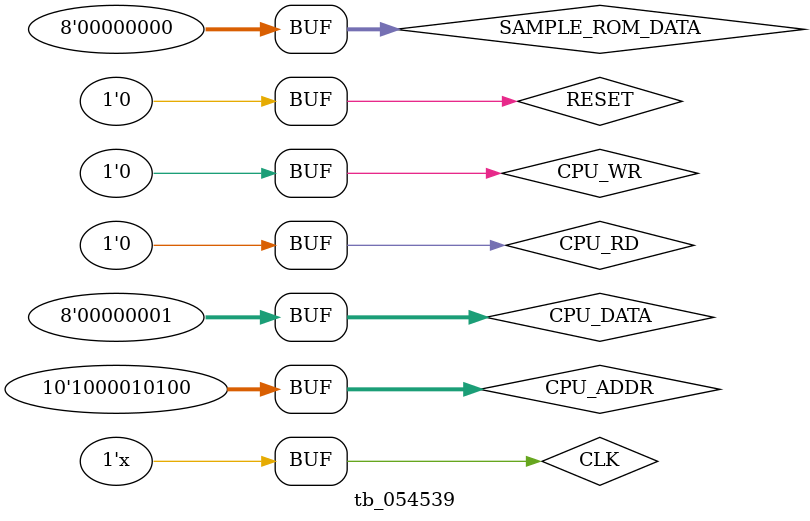
<source format=v>
module tb_054539(
);

wire [15:0] AUDIO_OUT_L;
wire [15:0] AUDIO_OUT_R;
wire [23:0] SAMPLE_ROM_ADDR;
reg [7:0] SAMPLE_ROM_DATA;
reg RESET;
reg CLK;
reg [9:0] CPU_ADDR;
reg [7:0] CPU_DATA;
reg CPU_WR;
reg CPU_RD;

top_054539 DUT(
	RESET, CLK,
	CPU_ADDR, CPU_DATA, CPU_WR, CPU_RD,
	SAMPLE_ROM_ADDR, SAMPLE_ROM_DATA,
	AUDIO_OUT_L, AUDIO_OUT_R
);

initial begin
	CLK <= 0;
	CPU_WR <= 0;
	CPU_RD <= 0;
	CPU_ADDR <= 10'h000;
	CPU_DATA <= 8'h00;
	SAMPLE_ROM_DATA <= 8'h00;
	RESET <= 1;
	#10
	RESET <= 0;
	#10
	CPU_ADDR <= 10'h22F;
	CPU_DATA <= 8'b00000001;	// Enable PCM
	CPU_WR <= 1;
	#2
	// Set up channel 0
	CPU_ADDR <= 10'h000;
	CPU_DATA <= 8'h15;	// Pitch LSB
	CPU_WR <= 1;
	#2
	CPU_ADDR <= 10'h001;
	CPU_DATA <= 8'h00;	// Pitch MID
	CPU_WR <= 1;
	#2
	CPU_ADDR <= 10'h002;
	CPU_DATA <= 8'h00;	// Pitch MSB
	CPU_WR <= 1;
	#2
	CPU_ADDR <= 10'h003;
	CPU_DATA <= 8'h30;	// Volume
	CPU_WR <= 1;
	#2
	CPU_ADDR <= 10'h004;
	CPU_DATA <= 8'h10;	// Reverb volume
	CPU_WR <= 1;
	#2
	CPU_ADDR <= 10'h006;
	CPU_DATA <= 8'h23;	// Reverb delay LSB
	CPU_WR <= 1;
	#2
	CPU_ADDR <= 10'h007;
	CPU_DATA <= 8'h01;	// Reverb delay MSB
	CPU_WR <= 1;
	#2
	CPU_ADDR <= 10'h008;
	CPU_DATA <= 8'h00;	// Loop start LSB
	CPU_WR <= 1;
	#2
	CPU_ADDR <= 10'h009;
	CPU_DATA <= 8'h10;	// Loop start MID
	CPU_WR <= 1;
	#2
	CPU_ADDR <= 10'h00A;
	CPU_DATA <= 8'h00;	// Loop start MSB
	CPU_WR <= 1;
	#2
	CPU_ADDR <= 10'h00C;
	CPU_DATA <= 8'h2A;	// Start LSB
	CPU_WR <= 1;
	#2
	CPU_ADDR <= 10'h00D;
	CPU_DATA <= 8'h00;	// Start MID
	CPU_WR <= 1;
	#2
	CPU_ADDR <= 10'h00E;
	CPU_DATA <= 8'h00;	// Start MSB
	CPU_WR <= 1;
	#2
	CPU_ADDR <= 10'h200;
	CPU_DATA <= 8'h00;	// Type
	CPU_WR <= 1;
	#2
	CPU_ADDR <= 10'h201;
	CPU_DATA <= 8'h00;	// Loop flag
	CPU_WR <= 1;
	#2
	CPU_ADDR <= 10'h214;
	CPU_DATA <= 8'b00000001;	// Key on for CH0
	CPU_WR <= 1;
	#2
	CPU_WR <= 0;
end

always
	#1 CLK <= ~CLK;

endmodule

</source>
